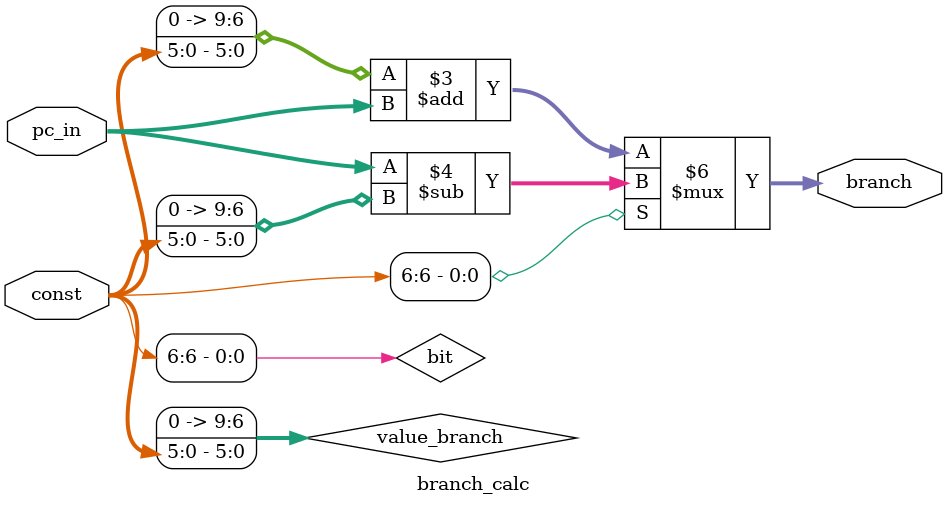
<source format=v>
`timescale 1ns / 1ps
module branch_calc(
	input wire [9:0] pc_in,     // Salida del program counter
	input wire [15:0] const,    // Salida del instruction decoder
	output reg [9:0] branch     // Branch
	);
	
	wire [9:0] value_branch;	// Se utilizara para almacenar el valor del branch.
	wire bit;					// Se utilizara para almacenar el valor del setimo bit menos significativo.
	
	// Lee el setimo bit menos significativo.
	assign bit = const[6];
	
	// Lee los seis bits menos significativos.
	assign value_branch = {4'b0,const[5:0]};
	
	// Revisa si el setimo bit menos significativo esta en 0 o en 1.
	always @(*)
	begin
		if (bit == 0)	// Si esta en 0, los 6 bits menos significativos de const deben sumarse al pc.
		
			branch = value_branch + pc_in;
				
		else			// Si esta en 1, los 6 bits menos significativos de const deben restarse al pc.
		
			branch = pc_in - value_branch;

	end

endmodule
		

</source>
